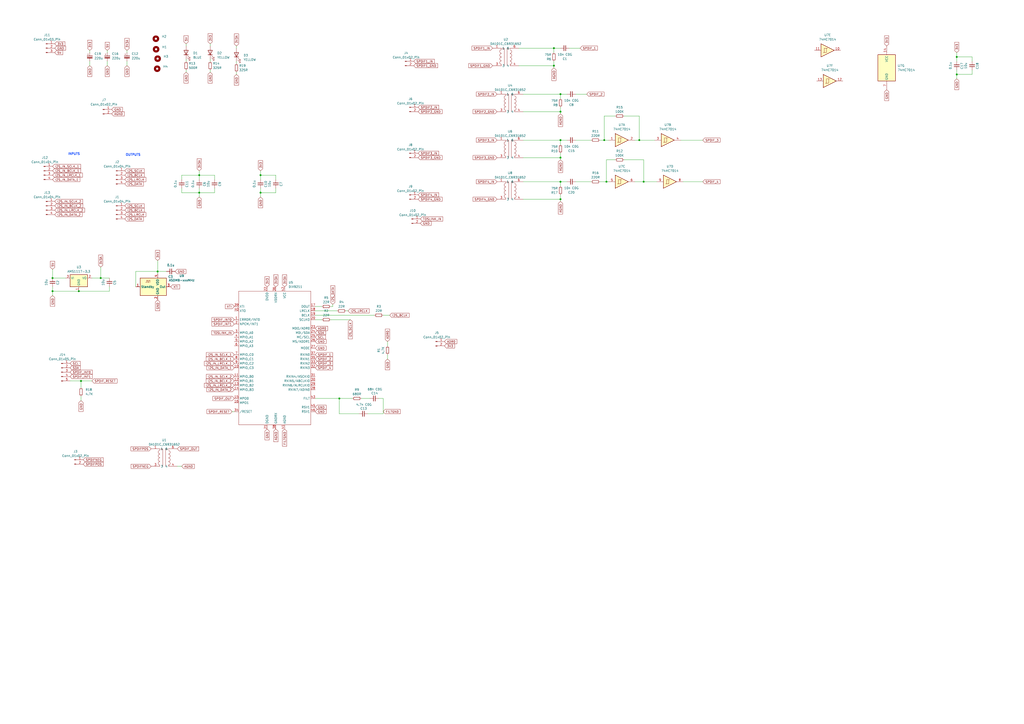
<source format=kicad_sch>
(kicad_sch (version 20231120) (generator "eeschema") (generator_version "8.0")
  (paper "A2")
  (junction (at 351.79 105.41))
  (junction (at 325.12 54.61))
  (junction (at 45.72 168.91))
  (junction (at 370.84 81.28))
  (junction (at 321.31 27.94))
  (junction (at 554.99 33.02))
  (junction (at 325.12 81.28))
  (junction (at 325.12 64.77))
  (junction (at 115.57 111.76))
  (junction (at 58.42 161.29))
  (junction (at 151.13 101.6))
  (junction (at 30.48 161.29))
  (junction (at 321.31 38.1))
  (junction (at 91.44 157.48))
  (junction (at 151.13 111.76))
  (junction (at 325.12 105.41))
  (junction (at 196.85 231.14))
  (junction (at 325.12 91.44))
  (junction (at 46.99 220.98))
  (junction (at 30.48 168.91))
  (junction (at 373.38 105.41))
  (junction (at 325.12 115.57))
  (junction (at 554.99 43.18))
  (junction (at 115.57 101.6))
  (junction (at 350.52 81.28))
  (wire (pts (xy 160.02 104.14) (xy 160.02 101.6)))
  (wire (pts (xy 351.79 92.71) (xy 351.79 105.41)))
  (wire (pts (xy 325.12 83.82) (xy 325.12 81.28)))
  (wire (pts (xy 30.48 168.91) (xy 30.48 171.45)))
  (wire (pts (xy 370.84 67.31) (xy 370.84 81.28)))
  (wire (pts (xy 46.99 232.41) (xy 46.99 229.87)))
  (wire (pts (xy 373.38 92.71) (xy 373.38 105.41)))
  (wire (pts (xy 91.44 151.13) (xy 91.44 157.48)))
  (wire (pts (xy 325.12 113.03) (xy 325.12 115.57)))
  (wire (pts (xy 219.71 231.14) (xy 222.25 231.14)))
  (wire (pts (xy 107.95 40.64) (xy 107.95 41.91)))
  (wire (pts (xy 121.92 26.67) (xy 121.92 25.4)))
  (wire (pts (xy 73.66 29.21) (xy 73.66 30.48)))
  (wire (pts (xy 325.12 115.57) (xy 325.12 116.84)))
  (wire (pts (xy 325.12 88.9) (xy 325.12 91.44)))
  (wire (pts (xy 321.31 30.48) (xy 321.31 27.94)))
  (wire (pts (xy 396.24 105.41) (xy 407.67 105.41)))
  (wire (pts (xy 373.38 105.41) (xy 368.3 105.41)))
  (wire (pts (xy 303.53 91.44) (xy 325.12 91.44)))
  (wire (pts (xy 361.95 92.71) (xy 373.38 92.71)))
  (wire (pts (xy 351.79 105.41) (xy 347.98 105.41)))
  (wire (pts (xy 105.41 101.6) (xy 105.41 104.14)))
  (wire (pts (xy 73.66 38.1) (xy 73.66 35.56)))
  (wire (pts (xy 52.07 29.21) (xy 52.07 30.48)))
  (wire (pts (xy 196.85 231.14) (xy 182.88 231.14)))
  (wire (pts (xy 336.55 27.94) (xy 330.2 27.94)))
  (wire (pts (xy 394.97 81.28) (xy 407.67 81.28)))
  (wire (pts (xy 58.42 161.29) (xy 63.5 161.29)))
  (wire (pts (xy 137.16 27.94) (xy 137.16 26.67)))
  (wire (pts (xy 105.41 270.51) (xy 102.87 270.51)))
  (wire (pts (xy 328.93 54.61) (xy 325.12 54.61)))
  (wire (pts (xy 300.99 38.1) (xy 321.31 38.1)))
  (wire (pts (xy 370.84 81.28) (xy 368.3 81.28)))
  (wire (pts (xy 151.13 104.14) (xy 151.13 101.6)))
  (wire (pts (xy 328.93 105.41) (xy 325.12 105.41)))
  (wire (pts (xy 151.13 101.6) (xy 151.13 99.06)))
  (wire (pts (xy 186.69 177.8) (xy 182.88 177.8)))
  (wire (pts (xy 563.88 43.18) (xy 554.99 43.18)))
  (wire (pts (xy 325.12 57.15) (xy 325.12 54.61)))
  (wire (pts (xy 115.57 101.6) (xy 115.57 99.06)))
  (wire (pts (xy 30.48 161.29) (xy 38.1 161.29)))
  (wire (pts (xy 325.12 27.94) (xy 321.31 27.94)))
  (wire (pts (xy 63.5 168.91) (xy 45.72 168.91)))
  (wire (pts (xy 115.57 111.76) (xy 115.57 109.22)))
  (wire (pts (xy 342.9 81.28) (xy 334.01 81.28)))
  (wire (pts (xy 350.52 67.31) (xy 350.52 81.28)))
  (wire (pts (xy 58.42 154.94) (xy 58.42 161.29)))
  (wire (pts (xy 46.99 220.98) (xy 40.64 220.98)))
  (wire (pts (xy 91.44 157.48) (xy 78.74 157.48)))
  (wire (pts (xy 105.41 111.76) (xy 115.57 111.76)))
  (wire (pts (xy 115.57 101.6) (xy 105.41 101.6)))
  (wire (pts (xy 224.79 200.66) (xy 224.79 198.12)))
  (wire (pts (xy 78.74 157.48) (xy 78.74 166.37)))
  (wire (pts (xy 353.06 105.41) (xy 351.79 105.41)))
  (wire (pts (xy 115.57 104.14) (xy 115.57 101.6)))
  (wire (pts (xy 160.02 101.6) (xy 151.13 101.6)))
  (wire (pts (xy 53.34 220.98) (xy 46.99 220.98)))
  (wire (pts (xy 196.85 231.14) (xy 196.85 240.03)))
  (wire (pts (xy 124.46 109.22) (xy 124.46 111.76)))
  (wire (pts (xy 353.06 81.28) (xy 350.52 81.28)))
  (wire (pts (xy 30.48 166.37) (xy 30.48 168.91)))
  (wire (pts (xy 62.23 38.1) (xy 62.23 35.56)))
  (wire (pts (xy 160.02 109.22) (xy 160.02 111.76)))
  (wire (pts (xy 356.87 92.71) (xy 351.79 92.71)))
  (wire (pts (xy 554.99 33.02) (xy 554.99 30.48)))
  (wire (pts (xy 554.99 35.56) (xy 554.99 33.02)))
  (wire (pts (xy 193.04 176.53) (xy 193.04 177.8)))
  (wire (pts (xy 361.95 67.31) (xy 370.84 67.31)))
  (wire (pts (xy 222.25 231.14) (xy 222.25 240.03)))
  (wire (pts (xy 300.99 27.94) (xy 321.31 27.94)))
  (wire (pts (xy 340.36 54.61) (xy 334.01 54.61)))
  (wire (pts (xy 342.9 105.41) (xy 334.01 105.41)))
  (wire (pts (xy 182.88 182.88) (xy 217.17 182.88)))
  (wire (pts (xy 554.99 45.72) (xy 554.99 43.18)))
  (wire (pts (xy 563.88 33.02) (xy 554.99 33.02)))
  (wire (pts (xy 30.48 156.21) (xy 30.48 161.29)))
  (wire (pts (xy 222.25 182.88) (xy 226.06 182.88)))
  (wire (pts (xy 350.52 81.28) (xy 347.98 81.28)))
  (wire (pts (xy 53.34 161.29) (xy 58.42 161.29)))
  (wire (pts (xy 160.02 111.76) (xy 151.13 111.76)))
  (wire (pts (xy 204.47 231.14) (xy 196.85 231.14)))
  (wire (pts (xy 356.87 67.31) (xy 350.52 67.31)))
  (wire (pts (xy 554.99 43.18) (xy 554.99 40.64)))
  (wire (pts (xy 121.92 40.64) (xy 121.92 41.91)))
  (wire (pts (xy 96.52 157.48) (xy 91.44 157.48)))
  (wire (pts (xy 124.46 101.6) (xy 115.57 101.6)))
  (wire (pts (xy 328.93 81.28) (xy 325.12 81.28)))
  (wire (pts (xy 214.63 231.14) (xy 209.55 231.14)))
  (wire (pts (xy 105.41 109.22) (xy 105.41 111.76)))
  (wire (pts (xy 115.57 114.3) (xy 115.57 111.76)))
  (wire (pts (xy 134.62 238.76) (xy 135.89 238.76)))
  (wire (pts (xy 321.31 38.1) (xy 321.31 39.37)))
  (wire (pts (xy 151.13 111.76) (xy 151.13 109.22)))
  (wire (pts (xy 201.93 180.34) (xy 200.66 180.34)))
  (wire (pts (xy 124.46 111.76) (xy 115.57 111.76)))
  (wire (pts (xy 137.16 36.83) (xy 137.16 35.56)))
  (wire (pts (xy 63.5 166.37) (xy 63.5 168.91)))
  (wire (pts (xy 107.95 26.67) (xy 107.95 25.4)))
  (wire (pts (xy 325.12 64.77) (xy 325.12 66.04)))
  (wire (pts (xy 303.53 115.57) (xy 325.12 115.57)))
  (wire (pts (xy 224.79 208.28) (xy 224.79 205.74)))
  (wire (pts (xy 46.99 224.79) (xy 46.99 220.98)))
  (wire (pts (xy 186.69 185.42) (xy 182.88 185.42)))
  (wire (pts (xy 195.58 180.34) (xy 182.88 180.34)))
  (wire (pts (xy 137.16 41.91) (xy 137.16 43.18)))
  (wire (pts (xy 124.46 101.6) (xy 124.46 104.14)))
  (wire (pts (xy 325.12 62.23) (xy 325.12 64.77)))
  (wire (pts (xy 381 105.41) (xy 373.38 105.41)))
  (wire (pts (xy 303.53 105.41) (xy 325.12 105.41)))
  (wire (pts (xy 52.07 38.1) (xy 52.07 35.56)))
  (wire (pts (xy 208.28 240.03) (xy 196.85 240.03)))
  (wire (pts (xy 325.12 91.44) (xy 325.12 92.71)))
  (wire (pts (xy 303.53 81.28) (xy 325.12 81.28)))
  (wire (pts (xy 121.92 35.56) (xy 121.92 34.29)))
  (wire (pts (xy 325.12 107.95) (xy 325.12 105.41)))
  (wire (pts (xy 222.25 240.03) (xy 213.36 240.03)))
  (wire (pts (xy 563.88 35.56) (xy 563.88 33.02)))
  (wire (pts (xy 563.88 40.64) (xy 563.88 43.18)))
  (wire (pts (xy 379.73 81.28) (xy 370.84 81.28)))
  (wire (pts (xy 30.48 168.91) (xy 45.72 168.91)))
  (wire (pts (xy 203.2 185.42) (xy 191.77 185.42)))
  (wire (pts (xy 303.53 64.77) (xy 325.12 64.77)))
  (wire (pts (xy 151.13 114.3) (xy 151.13 111.76)))
  (wire (pts (xy 303.53 54.61) (xy 325.12 54.61)))
  (wire (pts (xy 321.31 35.56) (xy 321.31 38.1)))
  (wire (pts (xy 91.44 157.48) (xy 91.44 158.75)))
  (wire (pts (xy 62.23 29.21) (xy 62.23 30.48)))
  (wire (pts (xy 107.95 35.56) (xy 107.95 34.29)))
  (wire (pts (xy 193.04 177.8) (xy 191.77 177.8)))
  (text "OUTPUTS" (at 77.216 89.916 0) (effects (font (size 1.27 1.27) (thickness 0.254) (bold yes))))
  (text "INPUTS" (at 42.926 89.408 0) (effects (font (size 1.27 1.27) (thickness 0.254) (bold yes))))
  (global_label "I2S_IN_LRCLK_1" (shape input) (at 30.48 101.6 0) (property "Intersheetrefs" "${INTERSHEET_REFS}" (effects (hide yes))))
  (global_label "GND" (shape input) (at 62.23 38.1 270) (property "Intersheetrefs" "${INTERSHEET_REFS}" (effects (hide yes))))
  (global_label "SPDIF_OUT" (shape input) (at 135.89 231.14 180) (property "Intersheetrefs" "${INTERSHEET_REFS}" (effects (hide yes))))
  (global_label "I2S_IN_SCLK_1" (shape input) (at 30.48 96.52 0) (property "Intersheetrefs" "${INTERSHEET_REFS}" (effects (hide yes))))
  (global_label "I2S_IN_DATA_2" (shape input) (at 31.75 124.46 0) (property "Intersheetrefs" "${INTERSHEET_REFS}" (effects (hide yes))))
  (global_label "GND" (shape input) (at 52.07 38.1 270) (property "Intersheetrefs" "${INTERSHEET_REFS}" (effects (hide yes))))
  (global_label "SPDIF_INT1" (shape input) (at 135.89 187.96 180) (property "Intersheetrefs" "${INTERSHEET_REFS}" (effects (hide yes))))
  (global_label "I2S_BCLK" (shape input) (at 72.39 101.6 0) (property "Intersheetrefs" "${INTERSHEET_REFS}" (effects (hide yes))))
  (global_label "I2S_IN_DATA_1" (shape input) (at 135.89 213.36 180) (property "Intersheetrefs" "${INTERSHEET_REFS}" (effects (hide yes))))
  (global_label "SPDIF2_IN" (shape input) (at 288.29 54.61 180) (property "Intersheetrefs" "${INTERSHEET_REFS}" (effects (hide yes))))
  (global_label "TOSLINK_IN" (shape input) (at 243.84 127 0) (property "Intersheetrefs" "${INTERSHEET_REFS}" (effects (hide yes))))
  (global_label "ADR0" (shape input) (at 224.79 198.12 90) (property "Intersheetrefs" "${INTERSHEET_REFS}" (effects (hide yes))))
  (global_label "SPDIF1_IN" (shape input) (at 240.03 35.56 0) (property "Intersheetrefs" "${INTERSHEET_REFS}" (effects (hide yes))))
  (global_label "AGND" (shape input) (at 160.02 248.92 270) (property "Intersheetrefs" "${INTERSHEET_REFS}" (effects (hide yes))))
  (global_label "3V3A" (shape input) (at 115.57 99.06 90) (property "Intersheetrefs" "${INTERSHEET_REFS}" (effects (hide yes))))
  (global_label "I2S_IN_DATA_1" (shape input) (at 30.48 104.14 0) (property "Intersheetrefs" "${INTERSHEET_REFS}" (effects (hide yes))))
  (global_label "I2S_IN_DATA_2" (shape input) (at 135.89 226.06 180) (property "Intersheetrefs" "${INTERSHEET_REFS}" (effects (hide yes))))
  (global_label "AGND" (shape input) (at 325.12 92.71 270) (property "Intersheetrefs" "${INTERSHEET_REFS}" (effects (hide yes))))
  (global_label "GND" (shape input) (at 154.94 248.92 270) (property "Intersheetrefs" "${INTERSHEET_REFS}" (effects (hide yes))))
  (global_label "GND" (shape input) (at 101.6 157.48 0) (property "Intersheetrefs" "${INTERSHEET_REFS}" (effects (hide yes))))
  (global_label "SDA" (shape input) (at 40.64 213.36 0) (property "Intersheetrefs" "${INTERSHEET_REFS}" (effects (hide yes))))
  (global_label "TOSLINK_IN" (shape input) (at 135.89 193.04 180) (property "Intersheetrefs" "${INTERSHEET_REFS}" (effects (hide yes))))
  (global_label "GND" (shape input) (at 554.99 45.72 270) (property "Intersheetrefs" "${INTERSHEET_REFS}" (effects (hide yes))))
  (global_label "SPDIF_INT1" (shape input) (at 40.64 218.44 0) (property "Intersheetrefs" "${INTERSHEET_REFS}" (effects (hide yes))))
  (global_label "SPDIF_1" (shape input) (at 336.55 27.94 0) (property "Intersheetrefs" "${INTERSHEET_REFS}" (effects (hide yes))))
  (global_label "SPDIF3_IN" (shape input) (at 242.57 88.9 0) (property "Intersheetrefs" "${INTERSHEET_REFS}" (effects (hide yes))))
  (global_label "AGND" (shape input) (at 105.41 270.51 0) (property "Intersheetrefs" "${INTERSHEET_REFS}" (effects (hide yes))))
  (global_label "GND" (shape input) (at 30.48 171.45 270) (property "Intersheetrefs" "${INTERSHEET_REFS}" (effects (hide yes))))
  (global_label "5V" (shape input) (at 62.23 29.21 90) (property "Intersheetrefs" "${INTERSHEET_REFS}" (effects (hide yes))))
  (global_label "I2S_IN_SCLK_2" (shape input) (at 31.75 116.84 0) (property "Intersheetrefs" "${INTERSHEET_REFS}" (effects (hide yes))))
  (global_label "SPDIF_INT0" (shape input) (at 40.64 215.9 0) (property "Intersheetrefs" "${INTERSHEET_REFS}" (effects (hide yes))))
  (global_label "I2S_BCLK" (shape input) (at 72.39 121.92 0) (property "Intersheetrefs" "${INTERSHEET_REFS}" (effects (hide yes))))
  (global_label "3V3" (shape input) (at 514.35 26.67 90) (property "Intersheetrefs" "${INTERSHEET_REFS}" (effects (hide yes))))
  (global_label "3V3" (shape input) (at 31.75 25.4 0) (property "Intersheetrefs" "${INTERSHEET_REFS}" (effects (hide yes))))
  (global_label "SPDIF3_GND" (shape input) (at 288.29 91.44 180) (property "Intersheetrefs" "${INTERSHEET_REFS}" (effects (hide yes))))
  (global_label "SCL" (shape input) (at 182.88 195.58 0) (property "Intersheetrefs" "${INTERSHEET_REFS}" (effects (hide yes))))
  (global_label "AGND" (shape input) (at 321.31 39.37 270) (property "Intersheetrefs" "${INTERSHEET_REFS}" (effects (hide yes))))
  (global_label "ADR0" (shape input) (at 182.88 190.5 0) (property "Intersheetrefs" "${INTERSHEET_REFS}" (effects (hide yes))))
  (global_label "AGND" (shape input) (at 325.12 116.84 270) (property "Intersheetrefs" "${INTERSHEET_REFS}" (effects (hide yes))))
  (global_label "GND" (shape input) (at 64.77 63.5 0) (property "Intersheetrefs" "${INTERSHEET_REFS}" (effects (hide yes))))
  (global_label "SPDIF1_GND" (shape input) (at 240.03 38.1 0) (property "Intersheetrefs" "${INTERSHEET_REFS}" (effects (hide yes))))
  (global_label "FILTGND" (shape input) (at 165.1 248.92 270) (property "Intersheetrefs" "${INTERSHEET_REFS}" (effects (hide yes))))
  (global_label "SPDIF_3" (shape input) (at 407.67 81.28 0) (property "Intersheetrefs" "${INTERSHEET_REFS}" (effects (hide yes))))
  (global_label "3V3A" (shape input) (at 73.66 29.21 90) (property "Intersheetrefs" "${INTERSHEET_REFS}" (effects (hide yes))))
  (global_label "GND" (shape input) (at 73.66 38.1 270) (property "Intersheetrefs" "${INTERSHEET_REFS}" (effects (hide yes))))
  (global_label "3V3" (shape input) (at 154.94 166.37 90) (property "Intersheetrefs" "${INTERSHEET_REFS}" (effects (hide yes))))
  (global_label "ADR0" (shape input) (at 257.81 198.12 0) (property "Intersheetrefs" "${INTERSHEET_REFS}" (effects (hide yes))))
  (global_label "SPDIF1_GND" (shape input) (at 285.75 38.1 180) (property "Intersheetrefs" "${INTERSHEET_REFS}" (effects (hide yes))))
  (global_label "AGND" (shape input) (at 64.77 66.04 0) (property "Intersheetrefs" "${INTERSHEET_REFS}" (effects (hide yes))))
  (global_label "SPDIF_OUT" (shape input) (at 102.87 260.35 0) (property "Intersheetrefs" "${INTERSHEET_REFS}" (effects (hide yes))))
  (global_label "FILTGND" (shape input) (at 222.25 238.76 0) (property "Intersheetrefs" "${INTERSHEET_REFS}" (effects (hide yes))))
  (global_label "3V3A" (shape input) (at 137.16 26.67 90) (property "Intersheetrefs" "${INTERSHEET_REFS}" (effects (hide yes))))
  (global_label "I2S_IN_SCLK_1" (shape input) (at 135.89 205.74 180) (property "Intersheetrefs" "${INTERSHEET_REFS}" (effects (hide yes))))
  (global_label "GND" (shape input) (at 107.95 41.91 270) (property "Intersheetrefs" "${INTERSHEET_REFS}" (effects (hide yes))))
  (global_label "I2S_LRCLK" (shape input) (at 72.39 124.46 0) (property "Intersheetrefs" "${INTERSHEET_REFS}" (effects (hide yes))))
  (global_label "SPDIF_3" (shape input) (at 182.88 210.82 0) (property "Intersheetrefs" "${INTERSHEET_REFS}" (effects (hide yes))))
  (global_label "SPDIF2_IN" (shape input) (at 242.57 62.23 0) (property "Intersheetrefs" "${INTERSHEET_REFS}" (effects (hide yes))))
  (global_label "SPDIF_RESET" (shape input) (at 134.62 238.76 180) (property "Intersheetrefs" "${INTERSHEET_REFS}" (effects (hide yes))))
  (global_label "I2S_DATA" (shape input) (at 72.39 127 0) (property "Intersheetrefs" "${INTERSHEET_REFS}" (effects (hide yes))))
  (global_label "SPDIF4_IN" (shape input) (at 288.29 105.41 180) (property "Intersheetrefs" "${INTERSHEET_REFS}" (effects (hide yes))))
  (global_label "AGND" (shape input) (at 325.12 66.04 270) (property "Intersheetrefs" "${INTERSHEET_REFS}" (effects (hide yes))))
  (global_label "SPDIF3_GND" (shape input) (at 242.57 91.44 0) (property "Intersheetrefs" "${INTERSHEET_REFS}" (effects (hide yes))))
  (global_label "SPDIFPOS" (shape input) (at 87.63 260.35 180) (property "Intersheetrefs" "${INTERSHEET_REFS}" (effects (hide yes))))
  (global_label "3V3" (shape input) (at 257.81 200.66 0) (property "Intersheetrefs" "${INTERSHEET_REFS}" (effects (hide yes))))
  (global_label "5V" (shape input) (at 30.48 156.21 90) (property "Intersheetrefs" "${INTERSHEET_REFS}" (effects (hide yes))))
  (global_label "GND" (shape input) (at 121.92 41.91 270) (property "Intersheetrefs" "${INTERSHEET_REFS}" (effects (hide yes))))
  (global_label "GND" (shape input) (at 31.75 27.94 0) (property "Intersheetrefs" "${INTERSHEET_REFS}" (effects (hide yes))))
  (global_label "I2S_SCLK" (shape input) (at 203.2 185.42 270) (property "Intersheetrefs" "${INTERSHEET_REFS}" (effects (hide yes))))
  (global_label "I2S_IN_LRCLK_1" (shape input) (at 135.89 210.82 180) (property "Intersheetrefs" "${INTERSHEET_REFS}" (effects (hide yes))))
  (global_label "I2S_IN_BCLK_2" (shape input) (at 135.89 220.98 180) (property "Intersheetrefs" "${INTERSHEET_REFS}" (effects (hide yes))))
  (global_label "GND" (shape input) (at 182.88 236.22 0) (property "Intersheetrefs" "${INTERSHEET_REFS}" (effects (hide yes))))
  (global_label "SPDIFPOS" (shape input) (at 48.26 269.24 0) (property "Intersheetrefs" "${INTERSHEET_REFS}" (effects (hide yes))))
  (global_label "3V3" (shape input) (at 554.99 30.48 90) (property "Intersheetrefs" "${INTERSHEET_REFS}" (effects (hide yes))))
  (global_label "I2S_IN_BCLK_1" (shape input) (at 30.48 99.06 0) (property "Intersheetrefs" "${INTERSHEET_REFS}" (effects (hide yes))))
  (global_label "GND" (shape input) (at 91.44 173.99 270) (property "Intersheetrefs" "${INTERSHEET_REFS}" (effects (hide yes))))
  (global_label "I2S_IN_BCLK_2" (shape input) (at 31.75 119.38 0) (property "Intersheetrefs" "${INTERSHEET_REFS}" (effects (hide yes))))
  (global_label "SDA" (shape input) (at 182.88 193.04 0) (property "Intersheetrefs" "${INTERSHEET_REFS}" (effects (hide yes))))
  (global_label "3V3A" (shape input) (at 165.1 166.37 90) (property "Intersheetrefs" "${INTERSHEET_REFS}" (effects (hide yes))))
  (global_label "3V3" (shape input) (at 91.44 151.13 90) (property "Intersheetrefs" "${INTERSHEET_REFS}" (effects (hide yes))))
  (global_label "I2S_LRCLK" (shape input) (at 201.93 180.34 0) (property "Intersheetrefs" "${INTERSHEET_REFS}" (effects (hide yes))))
  (global_label "GND" (shape input) (at 182.88 198.12 0) (property "Intersheetrefs" "${INTERSHEET_REFS}" (effects (hide yes))))
  (global_label "SPDIF2_GND" (shape input) (at 288.29 64.77 180) (property "Intersheetrefs" "${INTERSHEET_REFS}" (effects (hide yes))))
  (global_label "XTI" (shape input) (at 99.06 166.37 0) (property "Intersheetrefs" "${INTERSHEET_REFS}" (effects (hide yes))))
  (global_label "SPDIF2_GND" (shape input) (at 242.57 64.77 0) (property "Intersheetrefs" "${INTERSHEET_REFS}" (effects (hide yes))))
  (global_label "I2S_BCLK" (shape input) (at 226.06 182.88 0) (property "Intersheetrefs" "${INTERSHEET_REFS}" (effects (hide yes))))
  (global_label "GND" (shape input) (at 46.99 232.41 270) (property "Intersheetrefs" "${INTERSHEET_REFS}" (effects (hide yes))))
  (global_label "SPDIF4_GND" (shape input) (at 242.57 115.57 0) (property "Intersheetrefs" "${INTERSHEET_REFS}" (effects (hide yes))))
  (global_label "XTI" (shape input) (at 135.89 177.8 180) (property "Intersheetrefs" "${INTERSHEET_REFS}" (effects (hide yes))))
  (global_label "SPDIF_4" (shape input) (at 407.67 105.41 0) (property "Intersheetrefs" "${INTERSHEET_REFS}" (effects (hide yes))))
  (global_label "3V3A" (shape input) (at 58.42 154.94 90) (property "Intersheetrefs" "${INTERSHEET_REFS}" (effects (hide yes))))
  (global_label "SPDIFNEG" (shape input) (at 48.26 266.7 0) (property "Intersheetrefs" "${INTERSHEET_REFS}" (effects (hide yes))))
  (global_label "I2S_LRCLK" (shape input) (at 72.39 104.14 0) (property "Intersheetrefs" "${INTERSHEET_REFS}" (effects (hide yes))))
  (global_label "3V3" (shape input) (at 121.92 25.4 90) (property "Intersheetrefs" "${INTERSHEET_REFS}" (effects (hide yes))))
  (global_label "GND" (shape input) (at 137.16 43.18 270) (property "Intersheetrefs" "${INTERSHEET_REFS}" (effects (hide yes))))
  (global_label "SPDIFNEG" (shape input) (at 87.63 270.51 180) (property "Intersheetrefs" "${INTERSHEET_REFS}" (effects (hide yes))))
  (global_label "I2S_IN_SCLK_2" (shape input) (at 135.89 218.44 180) (property "Intersheetrefs" "${INTERSHEET_REFS}" (effects (hide yes))))
  (global_label "GND" (shape input) (at 182.88 238.76 0) (property "Intersheetrefs" "${INTERSHEET_REFS}" (effects (hide yes))))
  (global_label "GND" (shape input) (at 224.79 208.28 270) (property "Intersheetrefs" "${INTERSHEET_REFS}" (effects (hide yes))))
  (global_label "GND" (shape input) (at 182.88 201.93 0) (property "Intersheetrefs" "${INTERSHEET_REFS}" (effects (hide yes))))
  (global_label "3V3" (shape input) (at 151.13 99.06 90) (property "Intersheetrefs" "${INTERSHEET_REFS}" (effects (hide yes))))
  (global_label "I2S_IN_LRCLK_2" (shape input) (at 135.89 223.52 180) (property "Intersheetrefs" "${INTERSHEET_REFS}" (effects (hide yes))))
  (global_label "SPDIF_2" (shape input) (at 340.36 54.61 0) (property "Intersheetrefs" "${INTERSHEET_REFS}" (effects (hide yes))))
  (global_label "5V" (shape input) (at 31.75 30.48 0) (property "Intersheetrefs" "${INTERSHEET_REFS}" (effects (hide yes))))
  (global_label "I2S_DATA" (shape input) (at 72.39 106.68 0) (property "Intersheetrefs" "${INTERSHEET_REFS}" (effects (hide yes))))
  (global_label "SPDIF4_GND" (shape input) (at 288.29 115.57 180) (property "Intersheetrefs" "${INTERSHEET_REFS}" (effects (hide yes))))
  (global_label "SCL" (shape input) (at 40.64 210.82 0) (property "Intersheetrefs" "${INTERSHEET_REFS}" (effects (hide yes))))
  (global_label "GND" (shape input) (at 514.35 52.07 270) (property "Intersheetrefs" "${INTERSHEET_REFS}" (effects (hide yes))))
  (global_label "I2S_SCLK" (shape input) (at 72.39 99.06 0) (property "Intersheetrefs" "${INTERSHEET_REFS}" (effects (hide yes))))
  (global_label "GND" (shape input) (at 243.84 129.54 0) (property "Intersheetrefs" "${INTERSHEET_REFS}" (effects (hide yes))))
  (global_label "3V3" (shape input) (at 52.07 29.21 90) (property "Intersheetrefs" "${INTERSHEET_REFS}" (effects (hide yes))))
  (global_label "I2S_DATA" (shape input) (at 193.04 176.53 90) (property "Intersheetrefs" "${INTERSHEET_REFS}" (effects (hide yes))))
  (global_label "SPDIF3_IN" (shape input) (at 288.29 81.28 180) (property "Intersheetrefs" "${INTERSHEET_REFS}" (effects (hide yes))))
  (global_label "SPDIF_2" (shape input) (at 182.88 208.28 0) (property "Intersheetrefs" "${INTERSHEET_REFS}" (effects (hide yes))))
  (global_label "GND" (shape input) (at 151.13 114.3 270) (property "Intersheetrefs" "${INTERSHEET_REFS}" (effects (hide yes))))
  (global_label "GND" (shape input) (at 115.57 114.3 270) (property "Intersheetrefs" "${INTERSHEET_REFS}" (effects (hide yes))))
  (global_label "SPDIF_INT0" (shape input) (at 135.89 185.42 180) (property "Intersheetrefs" "${INTERSHEET_REFS}" (effects (hide yes))))
  (global_label "SPDIF_4" (shape input) (at 182.88 213.36 0) (property "Intersheetrefs" "${INTERSHEET_REFS}" (effects (hide yes))))
  (global_label "SPDIF1_IN" (shape input) (at 285.75 27.94 180) (property "Intersheetrefs" "${INTERSHEET_REFS}" (effects (hide yes))))
  (global_label "I2S_IN_BCLK_1" (shape input) (at 135.89 208.28 180) (property "Intersheetrefs" "${INTERSHEET_REFS}" (effects (hide yes))))
  (global_label "SPDIF_1" (shape input) (at 182.88 205.74 0) (property "Intersheetrefs" "${INTERSHEET_REFS}" (effects (hide yes))))
  (global_label "5V" (shape input) (at 107.95 25.4 90) (property "Intersheetrefs" "${INTERSHEET_REFS}" (effects (hide yes))))
  (global_label "I2S_SCLK" (shape input) (at 72.39 119.38 0) (property "Intersheetrefs" "${INTERSHEET_REFS}" (effects (hide yes))))
  (global_label "SPDIF_RESET" (shape input) (at 53.34 220.98 0) (property "Intersheetrefs" "${INTERSHEET_REFS}" (effects (hide yes))))
  (global_label "SPDIF4_IN" (shape input) (at 242.57 113.03 0) (property "Intersheetrefs" "${INTERSHEET_REFS}" (effects (hide yes))))
  (global_label "I2S_IN_LRCLK_2" (shape input) (at 31.75 121.92 0) (property "Intersheetrefs" "${INTERSHEET_REFS}" (effects (hide yes))))
  (global_label "3V3A" (shape input) (at 160.02 166.37 90) (property "Intersheetrefs" "${INTERSHEET_REFS}" (effects (hide yes))))
  (symbol (lib_id "Device:R_Small") (at 359.41 92.71 90) (unit 1)
    (property "Reference" "R12" (at 359.41 87.63 90))
    (property "Value" "100K" (at 359.41 90.17 90))
    (property "Footprint" "Resistor_SMD:R_0603_1608Metric_Pad0.98x0.95mm_HandSolder" (effects (hide yes)))
    (property "Description" "Resistor, small symbol" (effects (hide yes)))
    (property "Mouser" "71-CRCW0603-75-E3" (effects (hide yes)))
  )
  (symbol (lib_id "Connector:Conn_01x04_Pin") (at 26.67 119.38 0) (unit 1)
    (property "Reference" "J13" (at 27.305 111.76 0))
    (property "Value" "Conn_01x04_Pin" (at 27.305 114.3 0))
    (property "Footprint" "Connector_JST:JST_PH_B4B-PH-K_1x04_P2.00mm_Vertical" (effects (hide yes)))
    (property "Description" "Generic connector, single row, 01x04, script generated" (effects (hide yes)))
  )
  (symbol (lib_id "Connector:Conn_01x02_Pin") (at 252.73 198.12 0) (unit 1)
    (property "Reference" "J5" (at 253.365 193.04 0))
    (property "Value" "Conn_01x02_Pin" (at 253.365 195.58 0))
    (property "Footprint" "Connector_PinHeader_2.54mm:PinHeader_1x02_P2.54mm_Vertical" (effects (hide yes)))
    (property "Description" "Generic connector, single row, 01x02, script generated" (effects (hide yes)))
  )
  (symbol (lib_id "Regulator_Linear:AMS1117-3.3") (at 45.72 161.29 0) (unit 1)
    (property "Reference" "U3" (at 45.72 154.94 0))
    (property "Value" "AMS1117-3.3" (at 45.72 157.48 0))
    (property "Footprint" "Package_TO_SOT_SMD:SOT-223-3_TabPin2" (effects (hide yes)))
    (property "Datasheet" "http://www.advanced-monolithic.com/pdf/ds1117.pdf" (effects (hide yes)))
    (property "Description" "1A Low Dropout regulator, positive, 3.3V fixed output, SOT-223" (effects (hide yes)))
  )
  (symbol (lib_id "Device:C_Small") (at 105.41 106.68 180) (unit 1)
    (property "Reference" "C11" (at 108.458 106.807 90))
    (property "Value" "0.1u" (at 101.727 106.6737 90))
    (property "Footprint" "Capacitor_SMD:C_0805_2012Metric_Pad1.18x1.45mm_HandSolder" (effects (hide yes)))
    (property "Description" "Unpolarized capacitor, small symbol" (effects (hide yes)))
  )
  (symbol (lib_id "Device:C_Small") (at 217.17 231.14 270) (unit 1)
    (property "Reference" "C14" (at 217.297 228.092 90))
    (property "Value" "68n C0G" (at 217.424 225.806 90))
    (property "Footprint" "Capacitor_SMD:C_1206_3216Metric" (effects (hide yes)))
    (property "Description" "Unpolarized capacitor, small symbol" (effects (hide yes)))
    (property "Mouser" " 81-GRM3195C1H683JA5D " (effects (hide yes)))
  )
  (symbol (lib_id "Device:C_Small") (at 30.48 163.83 180) (unit 1)
    (property "Reference" "C2" (at 33.528 163.957 90))
    (property "Value" "10u" (at 26.797 163.8237 90))
    (property "Footprint" "Capacitor_SMD:C_1206_3216Metric_Pad1.33x1.80mm_HandSolder" (effects (hide yes)))
    (property "Description" "Unpolarized capacitor, small symbol" (effects (hide yes)))
  )
  (symbol (lib_id "easyeda2kicad:DA101C_C6931652") (at 295.91 110.49 0) (unit 1)
    (property "Reference" "U8" (at 295.9146 100.33 0))
    (property "Value" "DA101C_C6931652" (at 295.9146 102.87 0))
    (property "Footprint" "easyeda2kicad:XFMR-TH_4P-L9.5-W9.0-P5.08-LS10.2_C9900096976" (effects (hide yes)))
    (property "LCSC Part" "C6931652" (effects (hide yes)))
    (property "Mouser" "580-DA101C " (effects (hide yes)))
  )
  (symbol (lib_id "Device:R_Small") (at 345.44 81.28 90) (unit 1)
    (property "Reference" "R11" (at 345.44 76.2 90))
    (property "Value" "220R" (at 345.44 78.74 90))
    (property "Footprint" "Resistor_SMD:R_0603_1608Metric_Pad0.98x0.95mm_HandSolder" (effects (hide yes)))
    (property "Description" "Resistor, small symbol" (effects (hide yes)))
    (property "Mouser" "71-CRCW0603-75-E3" (effects (hide yes)))
  )
  (symbol (lib_id "Device:R_Small") (at 224.79 203.2 180) (unit 1)
    (property "Reference" "R1" (at 219.71 203.2 90))
    (property "Value" "4.7K" (at 222.25 203.2 90))
    (property "Footprint" "Resistor_SMD:R_0603_1608Metric" (effects (hide yes)))
    (property "Description" "Resistor, small symbol" (effects (hide yes)))
  )
  (symbol (lib_id "Custom:DIX9211") (at 160.02 248.92 0) (unit 1)
    (property "Reference" "U5" (at 167.2941 163.83 0) (effects (justify left)))
    (property "Value" "DIX9211" (at 167.2941 166.37 0) (effects (justify left)))
    (property "Footprint" "Package_QFP:LQFP-48_7x7mm_P0.5mm" (effects (hide yes)))
    (property "Mouser" "595-DIX9211PTR" (effects (hide yes)))
  )
  (symbol (lib_id "Connector:Conn_01x04_Pin") (at 67.31 101.6 0) (unit 1)
    (property "Reference" "J2" (at 67.945 93.98 0))
    (property "Value" "Conn_01x04_Pin" (at 67.945 96.52 0))
    (property "Footprint" "Connector_JST:JST_PH_B4B-PH-K_1x04_P2.00mm_Vertical" (effects (hide yes)))
    (property "Description" "Generic connector, single row, 01x04, script generated" (effects (hide yes)))
  )
  (symbol (lib_id "Device:LED") (at 137.16 31.75 90) (unit 1)
    (property "Reference" "D3" (at 141.224 32.0675 90) (effects (justify right)))
    (property "Value" "YELLOW" (at 141.224 34.6075 90) (effects (justify right)))
    (property "Footprint" "LED_SMD:LED_0603_1608Metric" (effects (hide yes)))
  )
  (symbol (lib_id "Device:R_Small") (at 325.12 59.69 0) (unit 1)
    (property "Reference" "R8" (at 323.596 60.96 0) (effects (justify right)))
    (property "Value" "75R" (at 323.596 58.42 0) (effects (justify right)))
    (property "Footprint" "Resistor_SMD:R_0603_1608Metric_Pad0.98x0.95mm_HandSolder" (effects (hide yes)))
    (property "Description" "Resistor, small symbol" (effects (hide yes)))
    (property "Mouser" "71-CRCW0603-75-E3" (effects (hide yes)))
  )
  (symbol (lib_id "easyeda2kicad:DA101C_C6931652") (at 295.91 59.69 0) (unit 1)
    (property "Reference" "U4" (at 295.9146 49.53 0))
    (property "Value" "DA101C_C6931652" (at 295.9146 52.07 0))
    (property "Footprint" "easyeda2kicad:XFMR-TH_4P-L9.5-W9.0-P5.08-LS10.2_C9900096976" (effects (hide yes)))
    (property "LCSC Part" "C6931652" (effects (hide yes)))
    (property "Mouser" "580-DA101C " (effects (hide yes)))
  )
  (symbol (lib_id "Device:C_Small") (at 554.99 38.1 180) (unit 1)
    (property "Reference" "C17" (at 558.038 38.227 90))
    (property "Value" "0.1u" (at 551.307 38.0937 90))
    (property "Footprint" "Capacitor_SMD:C_0805_2012Metric_Pad1.18x1.45mm_HandSolder" (effects (hide yes)))
    (property "Description" "Unpolarized capacitor, small symbol" (effects (hide yes)))
  )
  (symbol (lib_id "Mechanical:MountingHole") (at 90.424 22.479 0) (unit 1)
    (property "Reference" "H2" (at 93.853 21.209 0) (effects (justify left)))
    (property "Value" "MountingHole" (effects (hide yes)))
    (property "Footprint" "MountingHole:MountingHole_3.2mm_M3_DIN965_Pad_TopOnly" (effects (hide yes)))
    (property "Description" "Mounting Hole without connection" (effects (hide yes)))
  )
  (symbol (lib_id "Device:C_Small") (at 124.46 106.68 180) (unit 1)
    (property "Reference" "C9" (at 127.508 106.807 90))
    (property "Value" "10u" (at 120.777 106.6737 90))
    (property "Footprint" "Capacitor_SMD:C_1206_3216Metric_Pad1.33x1.80mm_HandSolder" (effects (hide yes)))
    (property "Description" "Unpolarized capacitor, small symbol" (effects (hide yes)))
  )
  (symbol (lib_id "Device:R_Small") (at 321.31 33.02 0) (unit 1)
    (property "Reference" "R6" (at 319.786 34.29 0) (effects (justify right)))
    (property "Value" "75R" (at 319.786 31.75 0) (effects (justify right)))
    (property "Footprint" "Resistor_SMD:R_0603_1608Metric_Pad0.98x0.95mm_HandSolder" (effects (hide yes)))
    (property "Description" "Resistor, small symbol" (effects (hide yes)))
    (property "Mouser" "71-CRCW0603-75-E3" (effects (hide yes)))
  )
  (symbol (lib_id "Device:C_Small") (at 151.13 106.68 180) (unit 1)
    (property "Reference" "C10" (at 154.178 106.807 90))
    (property "Value" "0.1u" (at 147.447 106.6737 90))
    (property "Footprint" "Capacitor_SMD:C_0805_2012Metric_Pad1.18x1.45mm_HandSolder" (effects (hide yes)))
    (property "Description" "Unpolarized capacitor, small symbol" (effects (hide yes)))
  )
  (symbol (lib_id "Device:R_Small") (at 189.23 185.42 90) (unit 1)
    (property "Reference" "R2" (at 189.23 180.34 90))
    (property "Value" "22R" (at 189.23 182.88 90))
    (property "Footprint" "Resistor_SMD:R_0805_2012Metric" (effects (hide yes)))
    (property "Description" "Resistor, small symbol" (effects (hide yes)))
  )
  (symbol (lib_id "Connector:Conn_01x02_Pin") (at 43.18 266.7 0) (unit 1)
    (property "Reference" "J3" (at 43.815 261.874 0))
    (property "Value" "Conn_01x02_Pin" (at 43.815 264.414 0))
    (property "Footprint" "Connector_JST:JST_XH_B2B-XH-A_1x02_P2.50mm_Vertical" (effects (hide yes)))
    (property "Description" "Generic connector, single row, 01x02, script generated" (effects (hide yes)))
  )
  (symbol (lib_id "Device:R_Small") (at 121.92 38.1 180) (unit 1)
    (property "Reference" "R14" (at 123.444 36.83 0) (effects (justify right)))
    (property "Value" "325R" (at 123.444 39.37 0) (effects (justify right)))
    (property "Footprint" "Resistor_SMD:R_0603_1608Metric_Pad0.98x0.95mm_HandSolder" (effects (hide yes)))
  )
  (symbol (lib_id "Mechanical:MountingHole") (at 91.186 39.878 0) (unit 1)
    (property "Reference" "H4" (at 94.615 38.608 0) (effects (justify left)))
    (property "Value" "MountingHole" (effects (hide yes)))
    (property "Footprint" "MountingHole:MountingHole_3.2mm_M3_DIN965_Pad_TopOnly" (effects (hide yes)))
    (property "Description" "Mounting Hole without connection" (effects (hide yes)))
  )
  (symbol (lib_id "74xx:74HC7014") (at 360.68 81.28 0) (unit 1)
    (property "Reference" "U7" (at 360.68 72.39 0))
    (property "Value" "74HC7014" (at 360.68 74.93 0))
    (property "Footprint" "Package_SO:TSSOP-14_4.4x5mm_P0.65mm" (effects (hide yes)))
    (property "Datasheet" "https://assets.nexperia.com/documents/data-sheet/74HC7014.pdf" (effects (hide yes)))
    (property "Description" "Hex non-inverting buffer with precision Schmitt Trigger inputs, SOIC-14" (effects (hide yes)))
    (property "Mouser" " 771-74HC7014D-T " (effects (hide yes)))
  )
  (symbol (lib_id "Device:R_Small") (at 207.01 231.14 90) (unit 1)
    (property "Reference" "R9" (at 207.01 226.06 90))
    (property "Value" "680R" (at 207.01 228.6 90))
    (property "Footprint" "Resistor_SMD:R_0603_1608Metric" (effects (hide yes)))
    (property "Description" "Resistor, small symbol" (effects (hide yes)))
    (property "Mouser" " 603-RT0603FRE07680RL " (effects (hide yes)))
  )
  (symbol (lib_id "Device:C_Polarized_Small") (at 73.66 33.02 0) (unit 1)
    (property "Reference" "C12" (at 76.327 31.2039 0) (effects (justify left)))
    (property "Value" "220u" (at 76.327 33.7439 0) (effects (justify left)))
    (property "Footprint" "Capacitor_THT:CP_Radial_D6.3mm_P2.50mm" (effects (hide yes)))
    (property "Description" "Polarized capacitor, small symbol" (effects (hide yes)))
  )
  (symbol (lib_id "74xx:74HC7014") (at 388.62 105.41 0) (unit 4)
    (property "Reference" "U7" (at 388.62 96.52 0))
    (property "Value" "74HC7014" (at 388.62 99.06 0))
    (property "Footprint" "Package_SO:TSSOP-14_4.4x5mm_P0.65mm" (effects (hide yes)))
    (property "Datasheet" "https://assets.nexperia.com/documents/data-sheet/74HC7014.pdf" (effects (hide yes)))
    (property "Description" "Hex non-inverting buffer with precision Schmitt Trigger inputs, SOIC-14" (effects (hide yes)))
    (property "Mouser" " 771-74HC7014D-T " (effects (hide yes)))
  )
  (symbol (lib_id "Device:R_Small") (at 137.16 39.37 180) (unit 1)
    (property "Reference" "R19" (at 138.684 38.1 0) (effects (justify right)))
    (property "Value" "325R" (at 138.684 40.64 0) (effects (justify right)))
    (property "Footprint" "Resistor_SMD:R_0603_1608Metric_Pad0.98x0.95mm_HandSolder" (effects (hide yes)))
  )
  (symbol (lib_id "Device:C_Small") (at 115.57 106.68 180) (unit 1)
    (property "Reference" "C6" (at 118.618 106.807 90))
    (property "Value" "0.1u" (at 111.887 106.6737 90))
    (property "Footprint" "Capacitor_SMD:C_0805_2012Metric_Pad1.18x1.45mm_HandSolder" (effects (hide yes)))
    (property "Description" "Unpolarized capacitor, small symbol" (effects (hide yes)))
  )
  (symbol (lib_id "Device:R_Small") (at 198.12 180.34 90) (unit 1)
    (property "Reference" "R4" (at 198.12 175.26 90))
    (property "Value" "22R" (at 198.12 177.8 90))
    (property "Footprint" "Resistor_SMD:R_0805_2012Metric" (effects (hide yes)))
    (property "Description" "Resistor, small symbol" (effects (hide yes)))
    (property "Mouser" "603-RT0805FRE0722RL " (effects (hide yes)))
  )
  (symbol (lib_id "74xx:74HC7014") (at 360.68 105.41 0) (unit 3)
    (property "Reference" "U7" (at 360.68 96.52 0))
    (property "Value" "74HC7014" (at 360.68 99.06 0))
    (property "Footprint" "Package_SO:TSSOP-14_4.4x5mm_P0.65mm" (effects (hide yes)))
    (property "Datasheet" "https://assets.nexperia.com/documents/data-sheet/74HC7014.pdf" (effects (hide yes)))
    (property "Description" "Hex non-inverting buffer with precision Schmitt Trigger inputs, SOIC-14" (effects (hide yes)))
    (property "Mouser" " 771-74HC7014D-T " (effects (hide yes)))
  )
  (symbol (lib_id "Device:C_Small") (at 99.06 157.48 90) (unit 1)
    (property "Reference" "C3" (at 98.933 160.528 90))
    (property "Value" "0.1u" (at 99.0663 153.797 90))
    (property "Footprint" "Capacitor_SMD:C_0805_2012Metric_Pad1.18x1.45mm_HandSolder" (effects (hide yes)))
    (property "Description" "Unpolarized capacitor, small symbol" (effects (hide yes)))
  )
  (symbol (lib_id "Connector:Conn_01x02_Pin") (at 237.49 113.03 0) (unit 1)
    (property "Reference" "J9" (at 238.125 108.204 0))
    (property "Value" "Conn_01x02_Pin" (at 238.125 110.744 0))
    (property "Footprint" "Connector_JST:JST_XH_B2B-XH-A_1x02_P2.50mm_Vertical" (effects (hide yes)))
    (property "Description" "Generic connector, single row, 01x02, script generated" (effects (hide yes)))
  )
  (symbol (lib_id "Mechanical:MountingHole") (at 90.551 28.575 0) (unit 1)
    (property "Reference" "H1" (at 93.98 27.305 0) (effects (justify left)))
    (property "Value" "MountingHole" (effects (hide yes)))
    (property "Footprint" "MountingHole:MountingHole_3.2mm_M3_DIN965_Pad_TopOnly" (effects (hide yes)))
    (property "Description" "Mounting Hole without connection" (effects (hide yes)))
  )
  (symbol (lib_id "Device:C_Polarized_Small") (at 52.07 33.02 0) (unit 1)
    (property "Reference" "C19" (at 54.737 31.2039 0) (effects (justify left)))
    (property "Value" "220u" (at 54.737 33.7439 0) (effects (justify left)))
    (property "Footprint" "Capacitor_THT:CP_Radial_D6.3mm_P2.50mm" (effects (hide yes)))
    (property "Description" "Polarized capacitor, small symbol" (effects (hide yes)))
  )
  (symbol (lib_id "74xx:74HC7014") (at 481.33 46.99 0) (unit 6)
    (property "Reference" "U7" (at 481.33 38.1 0))
    (property "Value" "74HC7014" (at 481.33 40.64 0))
    (property "Footprint" "Package_SO:TSSOP-14_4.4x5mm_P0.65mm" (effects (hide yes)))
    (property "Datasheet" "https://assets.nexperia.com/documents/data-sheet/74HC7014.pdf" (effects (hide yes)))
    (property "Description" "Hex non-inverting buffer with precision Schmitt Trigger inputs, SOIC-14" (effects (hide yes)))
    (property "Mouser" " 771-74HC7014D-T " (effects (hide yes)))
  )
  (symbol (lib_id "Connector:Conn_01x02_Pin") (at 59.69 63.5 0) (unit 1)
    (property "Reference" "J7" (at 60.325 58.039 0))
    (property "Value" "Conn_01x02_Pin" (at 60.325 60.579 0))
    (property "Footprint" "Connector_PinHeader_2.54mm:PinHeader_1x02_P2.54mm_Vertical" (effects (hide yes)))
    (property "Description" "Generic connector, single row, 01x02, script generated" (effects (hide yes)))
  )
  (symbol (lib_id "Device:C_Small") (at 563.88 38.1 180) (unit 1)
    (property "Reference" "C18" (at 566.928 38.227 90))
    (property "Value" "10u" (at 560.197 38.0937 90))
    (property "Footprint" "Capacitor_SMD:C_1206_3216Metric_Pad1.33x1.80mm_HandSolder" (effects (hide yes)))
    (property "Description" "Unpolarized capacitor, small symbol" (effects (hide yes)))
  )
  (symbol (lib_id "easyeda2kicad:DA101C_C6931652") (at 95.25 265.43 0) (unit 1)
    (property "Reference" "U1" (at 95.2546 255.27 0))
    (property "Value" "DA101C_C6931652" (at 95.2546 257.81 0))
    (property "Footprint" "easyeda2kicad:XFMR-TH_4P-L9.5-W9.0-P5.08-LS10.2_C9900096976" (effects (hide yes)))
    (property "LCSC Part" "C6931652" (effects (hide yes)))
    (property "Mouser" "580-DA101C " (effects (hide yes)))
  )
  (symbol (lib_id "Connector:Conn_01x02_Pin") (at 238.76 127 0) (unit 1)
    (property "Reference" "J10" (at 239.395 122.174 0))
    (property "Value" "Conn_01x02_Pin" (at 239.395 124.714 0))
    (property "Footprint" "Connector_JST:JST_XH_B2B-XH-A_1x02_P2.50mm_Vertical" (effects (hide yes)))
    (property "Description" "Generic connector, single row, 01x02, script generated" (effects (hide yes)))
  )
  (symbol (lib_id "Connector:Conn_01x02_Pin") (at 237.49 62.23 0) (unit 1)
    (property "Reference" "J6" (at 238.125 57.404 0))
    (property "Value" "Conn_01x02_Pin" (at 238.125 59.944 0))
    (property "Footprint" "Connector_JST:JST_XH_B2B-XH-A_1x02_P2.50mm_Vertical" (effects (hide yes)))
    (property "Description" "Generic connector, single row, 01x02, script generated" (effects (hide yes)))
  )
  (symbol (lib_id "Device:R_Small") (at 46.99 227.33 180) (unit 1)
    (property "Reference" "R18" (at 49.53 226.0599 0) (effects (justify right)))
    (property "Value" "4.7K" (at 49.53 228.5999 0) (effects (justify right)))
    (property "Footprint" "Resistor_SMD:R_0603_1608Metric" (effects (hide yes)))
    (property "Description" "Resistor, small symbol" (effects (hide yes)))
  )
  (symbol (lib_id "Connector:Conn_01x02_Pin") (at 234.95 35.56 0) (unit 1)
    (property "Reference" "J4" (at 235.585 30.734 0))
    (property "Value" "Conn_01x02_Pin" (at 235.585 33.274 0))
    (property "Footprint" "Connector_JST:JST_XH_B2B-XH-A_1x02_P2.50mm_Vertical" (effects (hide yes)))
    (property "Description" "Generic connector, single row, 01x02, script generated" (effects (hide yes)))
  )
  (symbol (lib_id "Device:R_Small") (at 345.44 105.41 90) (unit 1)
    (property "Reference" "R16" (at 345.44 100.33 90))
    (property "Value" "220R" (at 345.44 102.87 90))
    (property "Footprint" "Resistor_SMD:R_0603_1608Metric_Pad0.98x0.95mm_HandSolder" (effects (hide yes)))
    (property "Description" "Resistor, small symbol" (effects (hide yes)))
    (property "Mouser" "71-CRCW0603-75-E3" (effects (hide yes)))
  )
  (symbol (lib_id "Device:C_Polarized_Small") (at 62.23 33.02 0) (unit 1)
    (property "Reference" "C16" (at 64.897 31.2039 0) (effects (justify left)))
    (property "Value" "220u" (at 64.897 33.7439 0) (effects (justify left)))
    (property "Footprint" "Capacitor_THT:CP_Radial_D6.3mm_P2.50mm" (effects (hide yes)))
    (property "Description" "Polarized capacitor, small symbol" (effects (hide yes)))
  )
  (symbol (lib_id "Device:R_Small") (at 107.95 38.1 180) (unit 1)
    (property "Reference" "R13" (at 109.474 36.83 0) (effects (justify right)))
    (property "Value" "500R" (at 109.474 39.37 0) (effects (justify right)))
    (property "Footprint" "Resistor_SMD:R_0603_1608Metric_Pad0.98x0.95mm_HandSolder" (effects (hide yes)))
  )
  (symbol (lib_id "Connector:Conn_01x03_Pin") (at 26.67 27.94 0) (unit 1)
    (property "Reference" "J11" (at 27.305 20.32 0))
    (property "Value" "Conn_01x03_Pin" (at 27.305 22.86 0))
    (property "Footprint" "Connector_JST:JST_PH_B3B-PH-K_1x03_P2.00mm_Vertical" (effects (hide yes)))
    (property "Description" "Generic connector, single row, 01x03, script generated" (effects (hide yes)))
  )
  (symbol (lib_id "Device:C_Small") (at 63.5 163.83 180) (unit 1)
    (property "Reference" "C5" (at 66.548 163.957 90))
    (property "Value" "10u" (at 59.817 163.8237 90))
    (property "Footprint" "Capacitor_SMD:C_1206_3216Metric_Pad1.33x1.80mm_HandSolder" (effects (hide yes)))
    (property "Description" "Unpolarized capacitor, small symbol" (effects (hide yes)))
  )
  (symbol (lib_id "Connector:Conn_01x02_Pin") (at 237.49 88.9 0) (unit 1)
    (property "Reference" "J8" (at 238.125 84.074 0))
    (property "Value" "Conn_01x02_Pin" (at 238.125 86.614 0))
    (property "Footprint" "Connector_JST:JST_XH_B2B-XH-A_1x02_P2.50mm_Vertical" (effects (hide yes)))
    (property "Description" "Generic connector, single row, 01x02, script generated" (effects (hide yes)))
  )
  (symbol (lib_id "74xx:74HC7014") (at 387.35 81.28 0) (unit 2)
    (property "Reference" "U7" (at 387.35 72.39 0))
    (property "Value" "74HC7014" (at 387.35 74.93 0))
    (property "Footprint" "Package_SO:TSSOP-14_4.4x5mm_P0.65mm" (effects (hide yes)))
    (property "Datasheet" "https://assets.nexperia.com/documents/data-sheet/74HC7014.pdf" (effects (hide yes)))
    (property "Description" "Hex non-inverting buffer with precision Schmitt Trigger inputs, SOIC-14" (effects (hide yes)))
    (property "Mouser" " 771-74HC7014D-T " (effects (hide yes)))
  )
  (symbol (lib_id "Connector:Conn_01x04_Pin") (at 67.31 121.92 0) (unit 1)
    (property "Reference" "J1" (at 67.945 114.3 0))
    (property "Value" "Conn_01x04_Pin" (at 67.945 116.84 0))
    (property "Footprint" "Connector_PinHeader_2.54mm:PinHeader_1x04_P2.54mm_Vertical" (effects (hide yes)))
    (property "Description" "Generic connector, single row, 01x04, script generated" (effects (hide yes)))
  )
  (symbol (lib_id "Device:C_Small") (at 331.47 81.28 270) (unit 1)
    (property "Reference" "C15" (at 331.4637 87.503 90))
    (property "Value" "10n C0G" (at 331.4637 84.963 90))
    (property "Footprint" "Capacitor_SMD:C_0805_2012Metric_Pad1.18x1.45mm_HandSolder" (effects (hide yes)))
    (property "Description" "Unpolarized capacitor, small symbol" (effects (hide yes)))
    (property "Mouser" "791-0805N103G250CT" (effects (hide yes)))
  )
  (symbol (lib_id "easyeda2kicad:DA101C_C6931652") (at 293.37 33.02 0) (unit 1)
    (property "Reference" "U2" (at 293.3746 22.86 0))
    (property "Value" "DA101C_C6931652" (at 293.3746 25.4 0))
    (property "Footprint" "easyeda2kicad:XFMR-TH_4P-L9.5-W9.0-P5.08-LS10.2_C9900096976" (effects (hide yes)))
    (property "LCSC Part" "C6931652" (effects (hide yes)))
    (property "Mouser" "580-DA101C " (effects (hide yes)))
  )
  (symbol (lib_id "Device:LED") (at 121.92 30.48 90) (unit 1)
    (property "Reference" "D2" (at 125.984 30.7975 90) (effects (justify right)))
    (property "Value" "YELLOW" (at 125.984 33.3375 90) (effects (justify right)))
    (property "Footprint" "LED_SMD:LED_0603_1608Metric" (effects (hide yes)))
  )
  (symbol (lib_id "Device:R_Small") (at 189.23 177.8 90) (unit 1)
    (property "Reference" "R5" (at 189.23 172.72 90))
    (property "Value" "22R" (at 189.23 175.26 90))
    (property "Footprint" "Resistor_SMD:R_0805_2012Metric" (effects (hide yes)))
    (property "Description" "Resistor, small symbol" (effects (hide yes)))
    (property "Mouser" "603-RT0805FRE0722RL " (effects (hide yes)))
  )
  (symbol (lib_id "Connector:Conn_01x05_Pin") (at 35.56 215.9 0) (unit 1)
    (property "Reference" "J14" (at 36.195 205.74 0))
    (property "Value" "Conn_01x05_Pin" (at 36.195 208.28 0))
    (property "Footprint" "Connector_JST:JST_PH_B5B-PH-K_1x05_P2.00mm_Vertical" (effects (hide yes)))
    (property "Description" "Generic connector, single row, 01x05, script generated" (effects (hide yes)))
  )
  (symbol (lib_id "Connector:Conn_01x04_Pin") (at 25.4 99.06 0) (unit 1)
    (property "Reference" "J12" (at 26.035 91.44 0))
    (property "Value" "Conn_01x04_Pin" (at 26.035 93.98 0))
    (property "Footprint" "Connector_JST:JST_PH_B4B-PH-K_1x04_P2.00mm_Vertical" (effects (hide yes)))
    (property "Description" "Generic connector, single row, 01x04, script generated" (effects (hide yes)))
  )
  (symbol (lib_id "Device:R_Small") (at 219.71 182.88 90) (unit 1)
    (property "Reference" "R3" (at 219.71 177.8 90))
    (property "Value" "22R" (at 219.71 180.34 90))
    (property "Footprint" "Resistor_SMD:R_0805_2012Metric" (effects (hide yes)))
    (property "Description" "Resistor, small symbol" (effects (hide yes)))
    (property "Mouser" "603-RT0805FRE0722RL " (effects (hide yes)))
  )
  (symbol (lib_id "Device:R_Small") (at 359.41 67.31 90) (unit 1)
    (property "Reference" "R15" (at 359.41 62.23 90))
    (property "Value" "100K" (at 359.41 64.77 90))
    (property "Footprint" "Resistor_SMD:R_0603_1608Metric_Pad0.98x0.95mm_HandSolder" (effects (hide yes)))
    (property "Description" "Resistor, small symbol" (effects (hide yes)))
    (property "Mouser" "71-CRCW0603-75-E3" (effects (hide yes)))
  )
  (symbol (lib_id "Device:C_Small") (at 327.66 27.94 270) (unit 1)
    (property "Reference" "C1" (at 327.6537 34.163 90))
    (property "Value" "10n C0G" (at 327.6537 31.623 90))
    (property "Footprint" "Capacitor_SMD:C_0805_2012Metric_Pad1.18x1.45mm_HandSolder" (effects (hide yes)))
    (property "Description" "Unpolarized capacitor, small symbol" (effects (hide yes)))
    (property "Mouser" "791-0805N103G250CT" (effects (hide yes)))
  )
  (symbol (lib_id "Device:C_Small") (at 331.47 54.61 270) (unit 1)
    (property "Reference" "C8" (at 331.4637 60.833 90))
    (property "Value" "10n C0G" (at 331.4637 58.293 90))
    (property "Footprint" "Capacitor_SMD:C_0805_2012Metric_Pad1.18x1.45mm_HandSolder" (effects (hide yes)))
    (property "Description" "Unpolarized capacitor, small symbol" (effects (hide yes)))
    (property "Mouser" "791-0805N103G250CT" (effects (hide yes)))
  )
  (symbol (lib_id "Device:C_Small") (at 331.47 105.41 270) (unit 1)
    (property "Reference" "C20" (at 331.4637 111.633 90))
    (property "Value" "10n C0G" (at 331.4637 109.093 90))
    (property "Footprint" "Capacitor_SMD:C_0805_2012Metric_Pad1.18x1.45mm_HandSolder" (effects (hide yes)))
    (property "Description" "Unpolarized capacitor, small symbol" (effects (hide yes)))
    (property "Mouser" "791-0805N103G250CT" (effects (hide yes)))
  )
  (symbol (lib_id "74xx:74HC7014") (at 514.35 39.37 0) (unit 7)
    (property "Reference" "U7" (at 520.7 38.0999 0) (effects (justify left)))
    (property "Value" "74HC7014" (at 520.7 40.6399 0) (effects (justify left)))
    (property "Footprint" "Package_SO:TSSOP-14_4.4x5mm_P0.65mm" (effects (hide yes)))
    (property "Datasheet" "https://assets.nexperia.com/documents/data-sheet/74HC7014.pdf" (effects (hide yes)))
    (property "Description" "Hex non-inverting buffer with precision Schmitt Trigger inputs, SOIC-14" (effects (hide yes)))
    (property "Mouser" " 771-74HC7014D-T " (effects (hide yes)))
  )
  (symbol (lib_id "Device:C_Small") (at 160.02 106.68 180) (unit 1)
    (property "Reference" "C7" (at 163.068 106.807 90))
    (property "Value" "10u" (at 156.337 106.6737 90))
    (property "Footprint" "Capacitor_SMD:C_1206_3216Metric_Pad1.33x1.80mm_HandSolder" (effects (hide yes)))
    (property "Description" "Unpolarized capacitor, small symbol" (effects (hide yes)))
  )
  (symbol (lib_id "Device:R_Small") (at 325.12 110.49 0) (unit 1)
    (property "Reference" "R17" (at 323.596 111.76 0) (effects (justify right)))
    (property "Value" "75R" (at 323.596 109.22 0) (effects (justify right)))
    (property "Footprint" "Resistor_SMD:R_0603_1608Metric_Pad0.98x0.95mm_HandSolder" (effects (hide yes)))
    (property "Description" "Resistor, small symbol" (effects (hide yes)))
    (property "Mouser" "71-CRCW0603-75-E3" (effects (hide yes)))
  )
  (symbol (lib_id "74xx:74HC7014") (at 480.06 29.21 0) (unit 5)
    (property "Reference" "U7" (at 480.06 20.32 0))
    (property "Value" "74HC7014" (at 480.06 22.86 0))
    (property "Footprint" "Package_SO:TSSOP-14_4.4x5mm_P0.65mm" (effects (hide yes)))
    (property "Datasheet" "https://assets.nexperia.com/documents/data-sheet/74HC7014.pdf" (effects (hide yes)))
    (property "Description" "Hex non-inverting buffer with precision Schmitt Trigger inputs, SOIC-14" (effects (hide yes)))
    (property "Mouser" " 771-74HC7014D-T " (effects (hide yes)))
  )
  (symbol (lib_id "Oscillator:ASDMB-xxxMHz") (at 88.9 166.37 0) (unit 1)
    (property "Reference" "U9" (at 105.41 160.0514 0))
    (property "Value" "ASDMB-xxxMHz" (at 105.41 162.5914 0))
    (property "Footprint" "Oscillator:Oscillator_SMD_Abracon_ASE-4Pin_3.2x2.5mm" (effects (hide yes)))
    (property "Datasheet" "https://abracon.com/Oscillators/ASDMB.pdf" (effects (hide yes)))
    (property "Description" "1.8-3.3V SMD Ultra Miniature Crystal Clock Oscillator, Abracon" (effects (hide yes)))
    (property "Mouser" "346-3225Z24.5760C1KX " (effects (hide yes)))
  )
  (symbol (lib_id "easyeda2kicad:DA101C_C6931652") (at 295.91 86.36 0) (unit 1)
    (property "Reference" "U6" (at 295.9146 76.2 0))
    (property "Value" "DA101C_C6931652" (at 295.9146 78.74 0))
    (property "Footprint" "easyeda2kicad:XFMR-TH_4P-L9.5-W9.0-P5.08-LS10.2_C9900096976" (effects (hide yes)))
    (property "LCSC Part" "C6931652" (effects (hide yes)))
    (property "Mouser" "580-DA101C " (effects (hide yes)))
  )
  (symbol (lib_id "Device:LED") (at 107.95 30.48 90) (unit 1)
    (property "Reference" "D1" (at 112.014 30.7975 90) (effects (justify right)))
    (property "Value" "BLUE" (at 112.014 33.3375 90) (effects (justify right)))
    (property "Footprint" "LED_SMD:LED_0603_1608Metric" (effects (hide yes)))
  )
  (symbol (lib_id "Device:C_Small") (at 210.82 240.03 270) (unit 1)
    (property "Reference" "C13" (at 210.947 236.982 90))
    (property "Value" "4.7n C0G" (at 211.074 234.696 90))
    (property "Footprint" "Capacitor_SMD:C_0603_1608Metric" (effects (hide yes)))
    (property "Description" "Unpolarized capacitor, small symbol" (effects (hide yes)))
    (property "Mouser" " 791-0603N472F500CT " (effects (hide yes)))
  )
  (symbol (lib_id "Device:R_Small") (at 325.12 86.36 0) (unit 1)
    (property "Reference" "R10" (at 323.596 87.63 0) (effects (justify right)))
    (property "Value" "75R" (at 323.596 85.09 0) (effects (justify right)))
    (property "Footprint" "Resistor_SMD:R_0603_1608Metric_Pad0.98x0.95mm_HandSolder" (effects (hide yes)))
    (property "Description" "Resistor, small symbol" (effects (hide yes)))
    (property "Mouser" "71-CRCW0603-75-E3" (effects (hide yes)))
  )
  (symbol (lib_id "Mechanical:MountingHole") (at 91.44 34.036 0) (unit 1)
    (property "Reference" "H3" (at 94.869 32.766 0) (effects (justify left)))
    (property "Value" "MountingHole" (effects (hide yes)))
    (property "Footprint" "MountingHole:MountingHole_3.2mm_M3_DIN965_Pad_TopOnly" (effects (hide yes)))
    (property "Description" "Mounting Hole without connection" (effects (hide yes)))
  )
)
</source>
